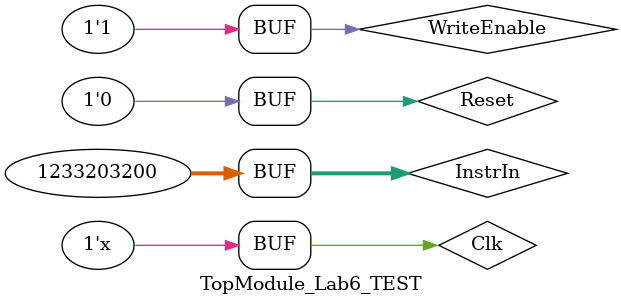
<source format=v>
`timescale 1ns / 1ps

module TopModule_Lab6_TEST;


	// Inputs
	reg [31:0] InstrIn;
	reg Reset;
	reg Clk;
	reg WriteEnable;

	// Outputs
	wire [31:0] ALUOut;
	
	// Instantiate the Unit Under Test (UUT)
	TopModule_Lab6 uut (
		.InstrIn(InstrIn), 
		.Reset(Reset), 
		.Clk(Clk), 
		.WriteEnable(WriteEnable), 
		.ALUOut(ALUOut)
	);

	always #5
	Clk = ~Clk;

	initial begin
		// Initialize Inputs
		InstrIn = 0;
		Reset = 1;
		Clk = 0;
		WriteEnable = 0;
 

		// Wait 100 ns for global reset to finish
		#100;
      
		Reset = 0;
		WriteEnable = 1;
		
		
//		---- I type ---
		#30
		InstrIn= 32'b011010_00000_00000_0000000000000101;		// I, add r0 with 00000005 =>   r0 = 00000005

		#10
		InstrIn= 32'b011010_00001_00001_0000000000001010;		// I, add r1 with 0000000A =>   r1 = 0000000A

		#10
		InstrIn= 32'b011010_00010_00010_1111111111111000;		// I, add r2 with 0000FFF8 =>   r2 = 0000FFF8

		#10
		InstrIn= 32'b011001_00011_00011_1111111111111000;		// I, not r3     				=>   r3 = FFFFFFFF
		
		#10
		InstrIn= 32'b011100_00100_00100_1010101010101010;		// I, or r4 with 0000AAAA  =>   r4 = 00000AAAA
		
		#10
		InstrIn= 32'b011101_00101_00101_1111111111111111;		// I, and r5 with 0000FFFF =>   r5 = 00000000
		
		#10
		InstrIn= 32'b011110_00110_00110_1111111111111000;		// I, slt r6 with 0000FFFF8 =>  r6 = 00000001

//		---- R type ---
		#10
		InstrIn= 32'b010001_00111_00001_00000_00000000000;		// R, not r1(0000000A)                   =>  r7 = FFFFFFF5

		#10
		InstrIn= 32'b010010_01000_00001_00010_00000000000;		// R, add r1(0000000A) with r2(0000FFF8) =>  r8 = 00010002
		
		#10
		InstrIn= 32'b010010_01001_00001_00011_00000000000;		// R, add r1(0000000A) with r3(FFFFFFFF) =>  r9 = 00000009
		
		#10
		InstrIn= 32'b010010_01010_00001_00100_00000000000;		// R, add r1(0000000A) with r4(0000AAAA) =>  r10 = 0000AAB4
		
		#10
		InstrIn= 32'b010010_01011_00001_00101_00000000000;		// R, add r1(0000000A) with r5(00000000) =>  r11 = 0000000A  
		
		#10
		InstrIn= 32'b010010_01100_00001_00110_00000000000;		// R, add r1(0000000A) wtih r6(00000001) =>  r12 = 0000000B  
		
		
		
		// Add stimulus here

	end
      
endmodule




</source>
